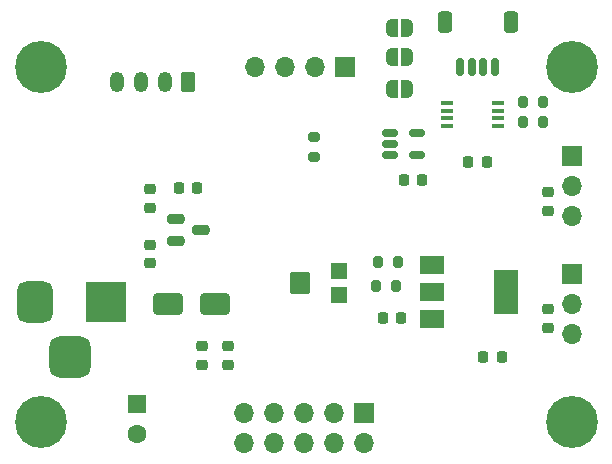
<source format=gbr>
%TF.GenerationSoftware,KiCad,Pcbnew,7.0.2-0*%
%TF.CreationDate,2023-11-21T12:49:43-05:00*%
%TF.ProjectId,WiringHarness,57697269-6e67-4486-9172-6e6573732e6b,rev?*%
%TF.SameCoordinates,Original*%
%TF.FileFunction,Soldermask,Top*%
%TF.FilePolarity,Negative*%
%FSLAX46Y46*%
G04 Gerber Fmt 4.6, Leading zero omitted, Abs format (unit mm)*
G04 Created by KiCad (PCBNEW 7.0.2-0) date 2023-11-21 12:49:43*
%MOMM*%
%LPD*%
G01*
G04 APERTURE LIST*
G04 Aperture macros list*
%AMRoundRect*
0 Rectangle with rounded corners*
0 $1 Rounding radius*
0 $2 $3 $4 $5 $6 $7 $8 $9 X,Y pos of 4 corners*
0 Add a 4 corners polygon primitive as box body*
4,1,4,$2,$3,$4,$5,$6,$7,$8,$9,$2,$3,0*
0 Add four circle primitives for the rounded corners*
1,1,$1+$1,$2,$3*
1,1,$1+$1,$4,$5*
1,1,$1+$1,$6,$7*
1,1,$1+$1,$8,$9*
0 Add four rect primitives between the rounded corners*
20,1,$1+$1,$2,$3,$4,$5,0*
20,1,$1+$1,$4,$5,$6,$7,0*
20,1,$1+$1,$6,$7,$8,$9,0*
20,1,$1+$1,$8,$9,$2,$3,0*%
%AMFreePoly0*
4,1,19,0.500000,-0.750000,0.000000,-0.750000,0.000000,-0.744911,-0.071157,-0.744911,-0.207708,-0.704816,-0.327430,-0.627875,-0.420627,-0.520320,-0.479746,-0.390866,-0.500000,-0.250000,-0.500000,0.250000,-0.479746,0.390866,-0.420627,0.520320,-0.327430,0.627875,-0.207708,0.704816,-0.071157,0.744911,0.000000,0.744911,0.000000,0.750000,0.500000,0.750000,0.500000,-0.750000,0.500000,-0.750000,
$1*%
%AMFreePoly1*
4,1,19,0.000000,0.744911,0.071157,0.744911,0.207708,0.704816,0.327430,0.627875,0.420627,0.520320,0.479746,0.390866,0.500000,0.250000,0.500000,-0.250000,0.479746,-0.390866,0.420627,-0.520320,0.327430,-0.627875,0.207708,-0.704816,0.071157,-0.744911,0.000000,-0.744911,0.000000,-0.750000,-0.500000,-0.750000,-0.500000,0.750000,0.000000,0.750000,0.000000,0.744911,0.000000,0.744911,
$1*%
G04 Aperture macros list end*
%ADD10RoundRect,0.250000X0.350000X0.625000X-0.350000X0.625000X-0.350000X-0.625000X0.350000X-0.625000X0*%
%ADD11O,1.200000X1.750000*%
%ADD12FreePoly0,0.000000*%
%ADD13FreePoly1,0.000000*%
%ADD14R,1.700000X1.700000*%
%ADD15O,1.700000X1.700000*%
%ADD16RoundRect,0.200000X0.200000X0.275000X-0.200000X0.275000X-0.200000X-0.275000X0.200000X-0.275000X0*%
%ADD17RoundRect,0.200000X0.275000X-0.200000X0.275000X0.200000X-0.275000X0.200000X-0.275000X-0.200000X0*%
%ADD18RoundRect,0.150000X0.150000X0.625000X-0.150000X0.625000X-0.150000X-0.625000X0.150000X-0.625000X0*%
%ADD19RoundRect,0.250000X0.350000X0.650000X-0.350000X0.650000X-0.350000X-0.650000X0.350000X-0.650000X0*%
%ADD20RoundRect,0.102000X0.600000X0.600000X-0.600000X0.600000X-0.600000X-0.600000X0.600000X-0.600000X0*%
%ADD21RoundRect,0.102000X0.750000X-0.800000X0.750000X0.800000X-0.750000X0.800000X-0.750000X-0.800000X0*%
%ADD22C,4.400000*%
%ADD23RoundRect,0.225000X-0.225000X-0.250000X0.225000X-0.250000X0.225000X0.250000X-0.225000X0.250000X0*%
%ADD24RoundRect,0.225000X-0.250000X0.225000X-0.250000X-0.225000X0.250000X-0.225000X0.250000X0.225000X0*%
%ADD25RoundRect,0.225000X0.250000X-0.225000X0.250000X0.225000X-0.250000X0.225000X-0.250000X-0.225000X0*%
%ADD26RoundRect,0.190500X-0.531500X-0.206500X0.531500X-0.206500X0.531500X0.206500X-0.531500X0.206500X0*%
%ADD27RoundRect,0.190500X0.531500X0.206500X-0.531500X0.206500X-0.531500X-0.206500X0.531500X-0.206500X0*%
%ADD28RoundRect,0.225000X0.225000X0.250000X-0.225000X0.250000X-0.225000X-0.250000X0.225000X-0.250000X0*%
%ADD29R,3.500000X3.500000*%
%ADD30RoundRect,0.750000X-0.750000X-1.000000X0.750000X-1.000000X0.750000X1.000000X-0.750000X1.000000X0*%
%ADD31RoundRect,0.875000X-0.875000X-0.875000X0.875000X-0.875000X0.875000X0.875000X-0.875000X0.875000X0*%
%ADD32RoundRect,0.250000X1.000000X0.650000X-1.000000X0.650000X-1.000000X-0.650000X1.000000X-0.650000X0*%
%ADD33R,1.600000X1.600000*%
%ADD34C,1.600000*%
%ADD35R,1.100000X0.400000*%
%ADD36R,2.000000X1.500000*%
%ADD37R,2.000000X3.800000*%
%ADD38RoundRect,0.150000X-0.512500X-0.150000X0.512500X-0.150000X0.512500X0.150000X-0.512500X0.150000X0*%
G04 APERTURE END LIST*
D10*
%TO.C,J7*%
X144500000Y-81950000D03*
D11*
X142500000Y-81950000D03*
X140500000Y-81950000D03*
X138500000Y-81950000D03*
%TD*%
D12*
%TO.C,JP1*%
X161750000Y-79900000D03*
D13*
X163050000Y-79900000D03*
%TD*%
D14*
%TO.C,J4*%
X159370000Y-110000000D03*
D15*
X159370000Y-112540000D03*
X156830000Y-110000000D03*
X156830000Y-112540000D03*
X154290000Y-110000000D03*
X154290000Y-112540000D03*
X151750000Y-110000000D03*
X151750000Y-112540000D03*
X149210000Y-110000000D03*
X149210000Y-112540000D03*
%TD*%
D16*
%TO.C,R4*%
X162250000Y-97250000D03*
X160600000Y-97250000D03*
%TD*%
%TO.C,R3*%
X162075000Y-99250000D03*
X160425000Y-99250000D03*
%TD*%
D12*
%TO.C,JP3*%
X161750000Y-77400000D03*
D13*
X163050000Y-77400000D03*
%TD*%
D17*
%TO.C,R6*%
X155150000Y-88325000D03*
X155150000Y-86675000D03*
%TD*%
D18*
%TO.C,J6*%
X170500000Y-80750000D03*
X169500000Y-80750000D03*
X168500000Y-80750000D03*
X167500000Y-80750000D03*
D19*
X171800000Y-76875000D03*
X166200000Y-76875000D03*
%TD*%
D14*
%TO.C,J3*%
X177000000Y-98225000D03*
D15*
X177000000Y-100765000D03*
X177000000Y-103305000D03*
%TD*%
D20*
%TO.C,R5*%
X157250000Y-100000000D03*
D21*
X154000000Y-99000000D03*
D20*
X157250000Y-98000000D03*
%TD*%
D14*
%TO.C,J5*%
X157800000Y-80750000D03*
D15*
X155260000Y-80750000D03*
X152720000Y-80750000D03*
X150180000Y-80750000D03*
%TD*%
D22*
%TO.C,H2*%
X177000000Y-110750000D03*
%TD*%
D23*
%TO.C,C6*%
X168225000Y-88750000D03*
X169775000Y-88750000D03*
%TD*%
D24*
%TO.C,C2*%
X147900000Y-104375000D03*
X147900000Y-105925000D03*
%TD*%
D22*
%TO.C,H5*%
X132000000Y-80750000D03*
%TD*%
D25*
%TO.C,C9*%
X141250000Y-92625000D03*
X141250000Y-91075000D03*
%TD*%
D26*
%TO.C,VR1*%
X143445000Y-93550000D03*
X143445000Y-95450000D03*
D27*
X145555000Y-94500000D03*
%TD*%
D22*
%TO.C,H3*%
X132000000Y-110750000D03*
%TD*%
D16*
%TO.C,R2*%
X174500000Y-83700000D03*
X172850000Y-83700000D03*
%TD*%
D14*
%TO.C,J2*%
X177000000Y-88225000D03*
D15*
X177000000Y-90765000D03*
X177000000Y-93305000D03*
%TD*%
D28*
%TO.C,C1*%
X162525000Y-102000000D03*
X160975000Y-102000000D03*
%TD*%
D16*
%TO.C,R1*%
X174500000Y-85350000D03*
X172850000Y-85350000D03*
%TD*%
D24*
%TO.C,C11*%
X175000000Y-91325000D03*
X175000000Y-92875000D03*
%TD*%
%TO.C,C3*%
X145650000Y-104375000D03*
X145650000Y-105925000D03*
%TD*%
D23*
%TO.C,C7*%
X143725000Y-91000000D03*
X145275000Y-91000000D03*
%TD*%
D24*
%TO.C,C12*%
X175000000Y-101225000D03*
X175000000Y-102775000D03*
%TD*%
D29*
%TO.C,J1*%
X137512000Y-100592500D03*
D30*
X131512000Y-100592500D03*
D31*
X134512000Y-105292500D03*
%TD*%
D32*
%TO.C,D1*%
X146750000Y-100750000D03*
X142750000Y-100750000D03*
%TD*%
D33*
%TO.C,C10*%
X140200000Y-109250000D03*
D34*
X140200000Y-111750000D03*
%TD*%
D35*
%TO.C,U1*%
X170750000Y-85700000D03*
X170750000Y-85050000D03*
X170750000Y-84400000D03*
X170750000Y-83750000D03*
X166450000Y-83750000D03*
X166450000Y-84400000D03*
X166450000Y-85050000D03*
X166450000Y-85700000D03*
%TD*%
D36*
%TO.C,U3*%
X165100000Y-97450000D03*
X165100000Y-99750000D03*
D37*
X171400000Y-99750000D03*
D36*
X165100000Y-102050000D03*
%TD*%
D12*
%TO.C,JP2*%
X161750000Y-82550000D03*
D13*
X163050000Y-82550000D03*
%TD*%
D22*
%TO.C,H1*%
X177000000Y-80750000D03*
%TD*%
D28*
%TO.C,C4*%
X171025000Y-105250000D03*
X169475000Y-105250000D03*
%TD*%
D38*
%TO.C,U2*%
X161612500Y-86300000D03*
X161612500Y-87250000D03*
X161612500Y-88200000D03*
X163887500Y-88200000D03*
X163887500Y-86300000D03*
%TD*%
D24*
%TO.C,C8*%
X141250000Y-95775000D03*
X141250000Y-97325000D03*
%TD*%
D23*
%TO.C,C5*%
X162750000Y-90250000D03*
X164300000Y-90250000D03*
%TD*%
M02*

</source>
